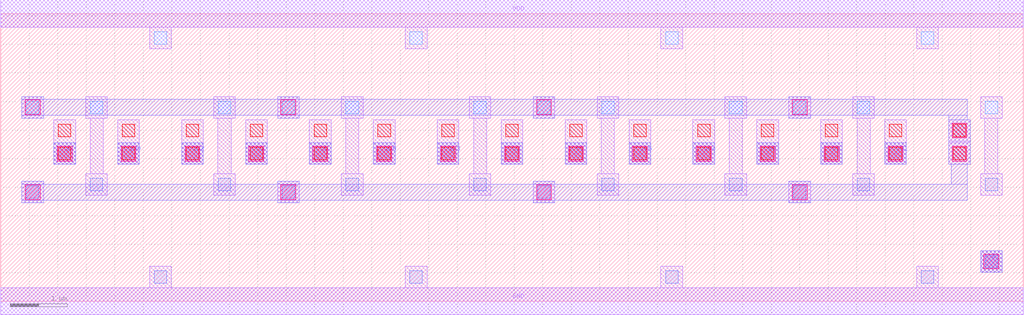
<source format=lef>
MACRO MUX7
 CLASS CORE ;
 FOREIGN MUX7 0 0 ;
 SIZE 17.92 BY 5.04 ;
 ORIGIN 0 0 ;
 SYMMETRY X Y R90 ;
 SITE unit ;
  PIN VDD
   DIRECTION INOUT ;
   USE POWER ;
   SHAPE ABUTMENT ;
    PORT
     CLASS CORE ;
       LAYER met1 ;
        RECT 0.00000000 4.80000000 17.92000000 5.28000000 ;
    END
  END VDD

  PIN GND
   DIRECTION INOUT ;
   USE POWER ;
   SHAPE ABUTMENT ;
    PORT
     CLASS CORE ;
       LAYER met1 ;
        RECT 0.00000000 -0.24000000 17.92000000 0.24000000 ;
    END
  END GND

  PIN Z
   DIRECTION INOUT ;
   USE SIGNAL ;
   SHAPE ABUTMENT ;
    PORT
     CLASS CORE ;
       LAYER met2 ;
        RECT 17.17000000 0.50700000 17.55000000 0.88700000 ;
    END
  END Z

  PIN IN3
   DIRECTION INOUT ;
   USE SIGNAL ;
   SHAPE ABUTMENT ;
    PORT
     CLASS CORE ;
       LAYER met2 ;
        RECT 7.65000000 2.39700000 8.03000000 2.77700000 ;
    END
  END IN3

  PIN S3
   DIRECTION INOUT ;
   USE SIGNAL ;
   SHAPE ABUTMENT ;
    PORT
     CLASS CORE ;
       LAYER met2 ;
        RECT 8.77000000 2.39700000 9.15000000 2.77700000 ;
    END
  END S3

  PIN S4
   DIRECTION INOUT ;
   USE SIGNAL ;
   SHAPE ABUTMENT ;
    PORT
     CLASS CORE ;
       LAYER met2 ;
        RECT 13.25000000 2.39700000 13.63000000 2.77700000 ;
    END
  END S4

  PIN S1
   DIRECTION INOUT ;
   USE SIGNAL ;
   SHAPE ABUTMENT ;
    PORT
     CLASS CORE ;
       LAYER met2 ;
        RECT 14.37000000 2.39700000 14.75000000 2.77700000 ;
    END
  END S1

  PIN S6
   DIRECTION INOUT ;
   USE SIGNAL ;
   SHAPE ABUTMENT ;
    PORT
     CLASS CORE ;
       LAYER met2 ;
        RECT 5.41000000 2.39700000 5.79000000 2.77700000 ;
    END
  END S6

  PIN IN1
   DIRECTION INOUT ;
   USE SIGNAL ;
   SHAPE ABUTMENT ;
    PORT
     CLASS CORE ;
       LAYER met2 ;
        RECT 15.49000000 2.39700000 15.87000000 2.77700000 ;
    END
  END IN1

  PIN S5
   DIRECTION INOUT ;
   USE SIGNAL ;
   SHAPE ABUTMENT ;
    PORT
     CLASS CORE ;
       LAYER met2 ;
        RECT 9.89000000 2.39700000 10.27000000 2.77700000 ;
    END
  END S5

  PIN S0
   DIRECTION INOUT ;
   USE SIGNAL ;
   SHAPE ABUTMENT ;
    PORT
     CLASS CORE ;
       LAYER met2 ;
        RECT 0.93000000 2.39700000 1.31000000 2.77700000 ;
    END
  END S0

  PIN S2
   DIRECTION INOUT ;
   USE SIGNAL ;
   SHAPE ABUTMENT ;
    PORT
     CLASS CORE ;
       LAYER met2 ;
        RECT 4.29000000 2.39700000 4.67000000 2.77700000 ;
    END
  END S2

  PIN IN5
   DIRECTION INOUT ;
   USE SIGNAL ;
   SHAPE ABUTMENT ;
    PORT
     CLASS CORE ;
       LAYER met2 ;
        RECT 11.01000000 2.39700000 11.39000000 2.77700000 ;
    END
  END IN5

  PIN IN6
   DIRECTION INOUT ;
   USE SIGNAL ;
   SHAPE ABUTMENT ;
    PORT
     CLASS CORE ;
       LAYER met2 ;
        RECT 6.53000000 2.39700000 6.91000000 2.77700000 ;
    END
  END IN6

  PIN IN2
   DIRECTION INOUT ;
   USE SIGNAL ;
   SHAPE ABUTMENT ;
    PORT
     CLASS CORE ;
       LAYER met2 ;
        RECT 3.17000000 2.39700000 3.55000000 2.77700000 ;
    END
  END IN2

  PIN IN0
   DIRECTION INOUT ;
   USE SIGNAL ;
   SHAPE ABUTMENT ;
    PORT
     CLASS CORE ;
       LAYER met2 ;
        RECT 2.05000000 2.39700000 2.43000000 2.77700000 ;
    END
  END IN0

  PIN IN4
   DIRECTION INOUT ;
   USE SIGNAL ;
   SHAPE ABUTMENT ;
    PORT
     CLASS CORE ;
       LAYER met2 ;
        RECT 12.13000000 2.39700000 12.51000000 2.77700000 ;
    END
  END IN4

 OBS
    LAYER polycont ;
     RECT 1.01000000 2.47700000 1.23000000 2.69700000 ;
     RECT 2.13000000 2.47700000 2.35000000 2.69700000 ;
     RECT 3.25000000 2.47700000 3.47000000 2.69700000 ;
     RECT 4.37000000 2.47700000 4.59000000 2.69700000 ;
     RECT 5.49000000 2.47700000 5.71000000 2.69700000 ;
     RECT 6.61000000 2.47700000 6.83000000 2.69700000 ;
     RECT 7.73000000 2.47700000 7.95000000 2.69700000 ;
     RECT 8.85000000 2.47700000 9.07000000 2.69700000 ;
     RECT 9.97000000 2.47700000 10.19000000 2.69700000 ;
     RECT 11.09000000 2.47700000 11.31000000 2.69700000 ;
     RECT 12.21000000 2.47700000 12.43000000 2.69700000 ;
     RECT 13.33000000 2.47700000 13.55000000 2.69700000 ;
     RECT 14.45000000 2.47700000 14.67000000 2.69700000 ;
     RECT 15.57000000 2.47700000 15.79000000 2.69700000 ;
     RECT 16.69000000 2.47700000 16.91000000 2.69700000 ;
     RECT 1.01000000 2.88200000 1.23000000 3.10200000 ;
     RECT 2.13000000 2.88200000 2.35000000 3.10200000 ;
     RECT 3.25000000 2.88200000 3.47000000 3.10200000 ;
     RECT 4.37000000 2.88200000 4.59000000 3.10200000 ;
     RECT 5.49000000 2.88200000 5.71000000 3.10200000 ;
     RECT 6.61000000 2.88200000 6.83000000 3.10200000 ;
     RECT 7.73000000 2.88200000 7.95000000 3.10200000 ;
     RECT 8.85000000 2.88200000 9.07000000 3.10200000 ;
     RECT 9.97000000 2.88200000 10.19000000 3.10200000 ;
     RECT 11.09000000 2.88200000 11.31000000 3.10200000 ;
     RECT 12.21000000 2.88200000 12.43000000 3.10200000 ;
     RECT 13.33000000 2.88200000 13.55000000 3.10200000 ;
     RECT 14.45000000 2.88200000 14.67000000 3.10200000 ;
     RECT 15.57000000 2.88200000 15.79000000 3.10200000 ;
     RECT 16.69000000 2.88200000 16.91000000 3.10200000 ;

    LAYER pdiffc ;
     RECT 0.45000000 3.28700000 0.67000000 3.50700000 ;
     RECT 1.57000000 3.28700000 1.79000000 3.50700000 ;
     RECT 3.81000000 3.28700000 4.03000000 3.50700000 ;
     RECT 4.93000000 3.28700000 5.15000000 3.50700000 ;
     RECT 6.05000000 3.28700000 6.27000000 3.50700000 ;
     RECT 8.29000000 3.28700000 8.51000000 3.50700000 ;
     RECT 9.41000000 3.28700000 9.63000000 3.50700000 ;
     RECT 10.53000000 3.28700000 10.75000000 3.50700000 ;
     RECT 12.77000000 3.28700000 12.99000000 3.50700000 ;
     RECT 13.89000000 3.28700000 14.11000000 3.50700000 ;
     RECT 15.01000000 3.28700000 15.23000000 3.50700000 ;
     RECT 17.25000000 3.28700000 17.47000000 3.50700000 ;
     RECT 2.69000000 4.50200000 2.91000000 4.72200000 ;
     RECT 7.17000000 4.50200000 7.39000000 4.72200000 ;
     RECT 11.65000000 4.50200000 11.87000000 4.72200000 ;
     RECT 16.13000000 4.50200000 16.35000000 4.72200000 ;

    LAYER ndiffc ;
     RECT 2.69000000 0.31700000 2.91000000 0.53700000 ;
     RECT 7.17000000 0.31700000 7.39000000 0.53700000 ;
     RECT 11.65000000 0.31700000 11.87000000 0.53700000 ;
     RECT 16.13000000 0.31700000 16.35000000 0.53700000 ;
     RECT 17.25000000 0.58700000 17.47000000 0.80700000 ;
     RECT 0.45000000 1.80200000 0.67000000 2.02200000 ;
     RECT 4.93000000 1.80200000 5.15000000 2.02200000 ;
     RECT 9.41000000 1.80200000 9.63000000 2.02200000 ;
     RECT 13.89000000 1.80200000 14.11000000 2.02200000 ;
     RECT 1.57000000 1.93700000 1.79000000 2.15700000 ;
     RECT 3.81000000 1.93700000 4.03000000 2.15700000 ;
     RECT 6.05000000 1.93700000 6.27000000 2.15700000 ;
     RECT 8.29000000 1.93700000 8.51000000 2.15700000 ;
     RECT 10.53000000 1.93700000 10.75000000 2.15700000 ;
     RECT 12.77000000 1.93700000 12.99000000 2.15700000 ;
     RECT 15.01000000 1.93700000 15.23000000 2.15700000 ;
     RECT 17.25000000 1.93700000 17.47000000 2.15700000 ;

    LAYER met1 ;
     RECT 0.00000000 -0.24000000 17.92000000 0.24000000 ;
     RECT 2.61000000 0.24000000 2.99000000 0.61700000 ;
     RECT 7.09000000 0.24000000 7.47000000 0.61700000 ;
     RECT 11.57000000 0.24000000 11.95000000 0.61700000 ;
     RECT 16.05000000 0.24000000 16.43000000 0.61700000 ;
     RECT 17.17000000 0.50700000 17.55000000 0.88700000 ;
     RECT 0.37000000 1.72200000 0.75000000 2.10200000 ;
     RECT 4.85000000 1.72200000 5.23000000 2.10200000 ;
     RECT 9.33000000 1.72200000 9.71000000 2.10200000 ;
     RECT 13.81000000 1.72200000 14.19000000 2.10200000 ;
     RECT 16.61000000 2.39700000 16.99000000 2.77700000 ;
     RECT 0.93000000 2.39700000 1.31000000 3.18200000 ;
     RECT 2.05000000 2.39700000 2.43000000 3.18200000 ;
     RECT 3.17000000 2.39700000 3.55000000 3.18200000 ;
     RECT 4.29000000 2.39700000 4.67000000 3.18200000 ;
     RECT 5.41000000 2.39700000 5.79000000 3.18200000 ;
     RECT 6.53000000 2.39700000 6.91000000 3.18200000 ;
     RECT 7.65000000 2.39700000 8.03000000 3.18200000 ;
     RECT 8.77000000 2.39700000 9.15000000 3.18200000 ;
     RECT 9.89000000 2.39700000 10.27000000 3.18200000 ;
     RECT 11.01000000 2.39700000 11.39000000 3.18200000 ;
     RECT 12.13000000 2.39700000 12.51000000 3.18200000 ;
     RECT 13.25000000 2.39700000 13.63000000 3.18200000 ;
     RECT 14.37000000 2.39700000 14.75000000 3.18200000 ;
     RECT 15.49000000 2.39700000 15.87000000 3.18200000 ;
     RECT 16.61000000 2.80200000 16.99000000 3.18200000 ;
     RECT 0.37000000 3.20700000 0.75000000 3.58700000 ;
     RECT 1.49000000 1.85700000 1.87000000 2.23700000 ;
     RECT 1.56500000 2.23700000 1.79500000 3.20700000 ;
     RECT 1.49000000 3.20700000 1.87000000 3.58700000 ;
     RECT 3.73000000 1.85700000 4.11000000 2.23700000 ;
     RECT 3.80500000 2.23700000 4.03500000 3.20700000 ;
     RECT 3.73000000 3.20700000 4.11000000 3.58700000 ;
     RECT 4.85000000 3.20700000 5.23000000 3.58700000 ;
     RECT 5.97000000 1.85700000 6.35000000 2.23700000 ;
     RECT 6.04500000 2.23700000 6.27500000 3.20700000 ;
     RECT 5.97000000 3.20700000 6.35000000 3.58700000 ;
     RECT 8.21000000 1.85700000 8.59000000 2.23700000 ;
     RECT 8.28500000 2.23700000 8.51500000 3.20700000 ;
     RECT 8.21000000 3.20700000 8.59000000 3.58700000 ;
     RECT 9.33000000 3.20700000 9.71000000 3.58700000 ;
     RECT 10.45000000 1.85700000 10.83000000 2.23700000 ;
     RECT 10.52500000 2.23700000 10.75500000 3.20700000 ;
     RECT 10.45000000 3.20700000 10.83000000 3.58700000 ;
     RECT 12.69000000 1.85700000 13.07000000 2.23700000 ;
     RECT 12.76500000 2.23700000 12.99500000 3.20700000 ;
     RECT 12.69000000 3.20700000 13.07000000 3.58700000 ;
     RECT 13.81000000 3.20700000 14.19000000 3.58700000 ;
     RECT 14.93000000 1.85700000 15.31000000 2.23700000 ;
     RECT 15.00500000 2.23700000 15.23500000 3.20700000 ;
     RECT 14.93000000 3.20700000 15.31000000 3.58700000 ;
     RECT 17.17000000 1.85700000 17.55000000 2.23700000 ;
     RECT 17.24500000 2.23700000 17.47500000 3.20700000 ;
     RECT 17.17000000 3.20700000 17.55000000 3.58700000 ;
     RECT 2.61000000 4.42200000 2.99000000 4.80000000 ;
     RECT 7.09000000 4.42200000 7.47000000 4.80000000 ;
     RECT 11.57000000 4.42200000 11.95000000 4.80000000 ;
     RECT 16.05000000 4.42200000 16.43000000 4.80000000 ;
     RECT 0.00000000 4.80000000 17.92000000 5.28000000 ;

    LAYER via1 ;
     RECT 17.23000000 0.56700000 17.49000000 0.82700000 ;
     RECT 0.43000000 1.78200000 0.69000000 2.04200000 ;
     RECT 4.91000000 1.78200000 5.17000000 2.04200000 ;
     RECT 9.39000000 1.78200000 9.65000000 2.04200000 ;
     RECT 13.87000000 1.78200000 14.13000000 2.04200000 ;
     RECT 0.99000000 2.45700000 1.25000000 2.71700000 ;
     RECT 2.11000000 2.45700000 2.37000000 2.71700000 ;
     RECT 3.23000000 2.45700000 3.49000000 2.71700000 ;
     RECT 4.35000000 2.45700000 4.61000000 2.71700000 ;
     RECT 5.47000000 2.45700000 5.73000000 2.71700000 ;
     RECT 6.59000000 2.45700000 6.85000000 2.71700000 ;
     RECT 7.71000000 2.45700000 7.97000000 2.71700000 ;
     RECT 8.83000000 2.45700000 9.09000000 2.71700000 ;
     RECT 9.95000000 2.45700000 10.21000000 2.71700000 ;
     RECT 11.07000000 2.45700000 11.33000000 2.71700000 ;
     RECT 12.19000000 2.45700000 12.45000000 2.71700000 ;
     RECT 13.31000000 2.45700000 13.57000000 2.71700000 ;
     RECT 14.43000000 2.45700000 14.69000000 2.71700000 ;
     RECT 15.55000000 2.45700000 15.81000000 2.71700000 ;
     RECT 16.67000000 2.45700000 16.93000000 2.71700000 ;
     RECT 16.67000000 2.86200000 16.93000000 3.12200000 ;
     RECT 0.43000000 3.26700000 0.69000000 3.52700000 ;
     RECT 4.91000000 3.26700000 5.17000000 3.52700000 ;
     RECT 9.39000000 3.26700000 9.65000000 3.52700000 ;
     RECT 13.87000000 3.26700000 14.13000000 3.52700000 ;

    LAYER met2 ;
     RECT 17.17000000 0.50700000 17.55000000 0.88700000 ;
     RECT 0.93000000 2.39700000 1.31000000 2.77700000 ;
     RECT 2.05000000 2.39700000 2.43000000 2.77700000 ;
     RECT 3.17000000 2.39700000 3.55000000 2.77700000 ;
     RECT 4.29000000 2.39700000 4.67000000 2.77700000 ;
     RECT 5.41000000 2.39700000 5.79000000 2.77700000 ;
     RECT 6.53000000 2.39700000 6.91000000 2.77700000 ;
     RECT 7.65000000 2.39700000 8.03000000 2.77700000 ;
     RECT 8.77000000 2.39700000 9.15000000 2.77700000 ;
     RECT 9.89000000 2.39700000 10.27000000 2.77700000 ;
     RECT 11.01000000 2.39700000 11.39000000 2.77700000 ;
     RECT 12.13000000 2.39700000 12.51000000 2.77700000 ;
     RECT 13.25000000 2.39700000 13.63000000 2.77700000 ;
     RECT 14.37000000 2.39700000 14.75000000 2.77700000 ;
     RECT 15.49000000 2.39700000 15.87000000 2.77700000 ;
     RECT 0.37000000 1.72200000 0.75000000 1.77200000 ;
     RECT 4.85000000 1.72200000 5.23000000 1.77200000 ;
     RECT 9.33000000 1.72200000 9.71000000 1.77200000 ;
     RECT 13.81000000 1.72200000 14.19000000 1.77200000 ;
     RECT 0.37000000 1.77200000 16.94000000 2.05200000 ;
     RECT 0.37000000 2.05200000 0.75000000 2.10200000 ;
     RECT 4.85000000 2.05200000 5.23000000 2.10200000 ;
     RECT 9.33000000 2.05200000 9.71000000 2.10200000 ;
     RECT 13.81000000 2.05200000 14.19000000 2.10200000 ;
     RECT 16.66000000 2.05200000 16.94000000 2.39700000 ;
     RECT 16.61000000 2.39700000 16.99000000 3.18200000 ;
     RECT 0.37000000 3.20700000 0.75000000 3.25700000 ;
     RECT 4.85000000 3.20700000 5.23000000 3.25700000 ;
     RECT 9.33000000 3.20700000 9.71000000 3.25700000 ;
     RECT 13.81000000 3.20700000 14.19000000 3.25700000 ;
     RECT 16.61000000 3.18200000 16.94000000 3.25700000 ;
     RECT 0.37000000 3.25700000 16.94000000 3.53700000 ;
     RECT 0.37000000 3.53700000 0.75000000 3.58700000 ;
     RECT 4.85000000 3.53700000 5.23000000 3.58700000 ;
     RECT 9.33000000 3.53700000 9.71000000 3.58700000 ;
     RECT 13.81000000 3.53700000 14.19000000 3.58700000 ;

 END
END MUX7

</source>
